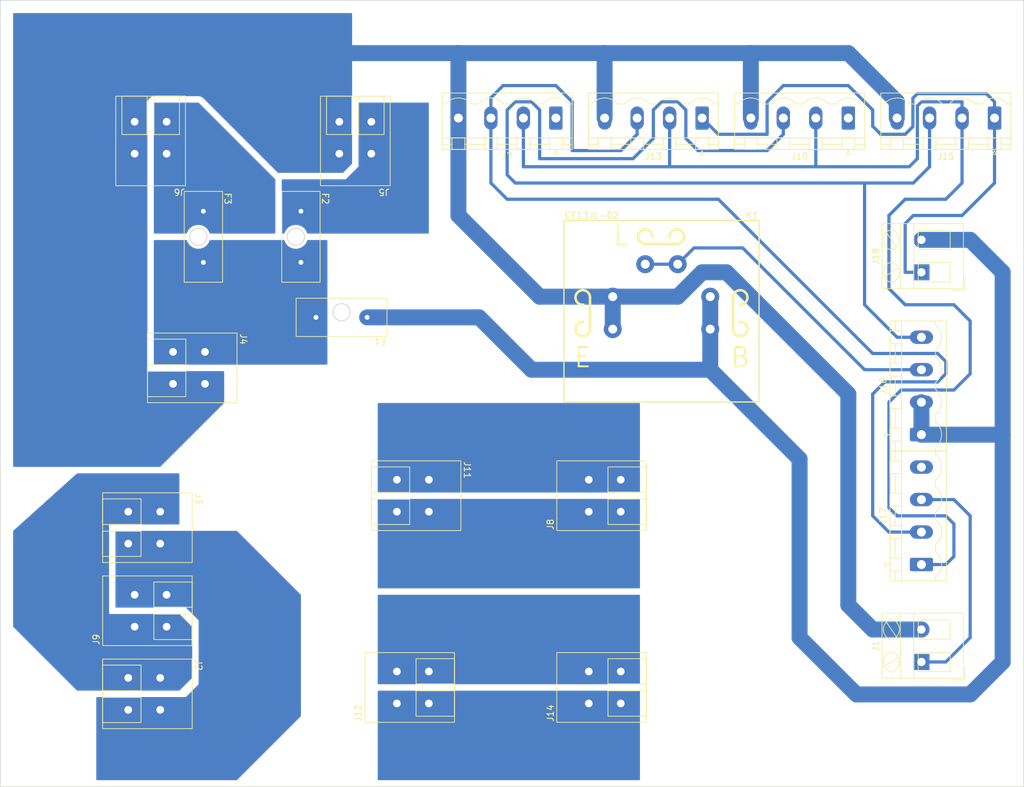
<source format=kicad_pcb>
(kicad_pcb (version 20211014) (generator pcbnew)
  (layers (0 "F.Cu" signal) (31 "B.Cu" signal) (34 "B.Paste" user) (35 "F.Paste" user) (36 "B.SilkS" user "B.Silkscreen") (37 "F.SilkS" user "F.Silkscreen") (38 "B.Mask" user) (39 "F.Mask" user) (44 "Edge.Cuts" user))
  (net 0 "")
  (net 1 "Net-(J16-Pad3)")
  (net 2 "GND1")
  (net 3 "Net-(J12-Pad1)")
  (net 4 "Net-(J12-Pad2)")
  (net 5 "Net-(J1-Pad1)")
  (net 6 "Net-(J2-Pad1)")
  (net 7 "GND")
  (net 8 "Net-(F1-Pad2)")
  (net 9 "Net-(F2-Pad1)")
  (net 10 "Net-(F3-Pad1)")
  (net 11 "Net-(J11-Pad1)")
  (net 12 "Net-(J11-Pad2)")
  (net 14 "Net-(J10-Pad2)")
  (net 15 "Net-(J13-Pad3)")
  (net 17 "Net-(J10-Pad3)")
  (net 18 "Net-(J13-Pad1)")
  (net 20 "/5V_5A")
  (footprint "circuit:Littelfuse_FuseHolder_FL1_178.6764.0001" (layer "F.Cu") (at 110 77 -90)
    (fp_text reference "F2" (at -6.985 -3.81 -90 unlocked) (layer "F.SilkS") (effects (justify left)))
    (fp_text value "25A")
    (fp_circle (center 0 0.8) (end 1.35 0.8) (layer "Edge.Cuts") (width 0.12) (fill none))
    (pad "1" thru_hole circle (at -4 0 270) (size 1.5 1.5) (drill 0.75) (layers *.Cu *.Mask) (net 9 "Net-(F2-Pad1)"))
    (pad "2" thru_hole circle (at 4 0 270) (size 1.5 1.5) (drill 0.75) (layers *.Cu *.Mask) (net 8 "Net-(F1-Pad2)"))
  )
  (footprint "circuit:Littelfuse_FuseHolder_FL1_178.6764.0001" (layer "F.Cu") (at 116.35 89.6 180)
    (fp_text reference "F1" (at -6.985 -3.81 180 unlocked) (layer "F.SilkS") (effects (justify left)))
    (fp_text value "5A")
    (fp_circle (center 0 0.8) (end 1.35 0.8) (layer "Edge.Cuts") (width 0.12) (fill none))
    (pad "1" thru_hole circle (at -4 0 180) (size 1.5 1.5) (drill 0.75) (layers *.Cu *.Mask) (net 20 "/5V_5A"))
    (pad "2" thru_hole circle (at 4 0 180) (size 1.5 1.5) (drill 0.75) (layers *.Cu *.Mask) (net 8 "Net-(F1-Pad2)"))
  )
  (footprint "circuit:Generic_HeaderSocket_1x04_P5.08mm_Vertical_Open" (layer "F.Cu") (at 172.72 58.42 180)
    (fp_text reference "J13" (at 7.62 -6) (layer "F.SilkS"))
    (fp_text value "Conn_Feux_ArG")
    (pad "1" thru_hole roundrect (at 0 0 180) (size 2.08 3.6) (drill 1.4) (layers *.Cu *.Mask) (roundrect_rratio 0.120192) (net 18 "Net-(J13-Pad1)"))
    (pad "2" thru_hole oval (at 5.08 0 180) (size 2.08 3.6) (drill 1.4) (layers *.Cu *.Mask) (net 14 "Net-(J10-Pad2)"))
    (pad "3" thru_hole oval (at 10.16 0 180) (size 2.08 3.6) (drill 1.4) (layers *.Cu *.Mask) (net 15 "Net-(J13-Pad3)"))
    (pad "4" thru_hole oval (at 15.24 0 180) (size 2.08 3.6) (drill 1.4) (layers *.Cu *.Mask) (net 2 "GND1"))
  )
  (footprint "circuit:TerminalBlock_Amphenol_HG0200X0000G_1x02_P5.00mm_45Degree" (layer "F.Cu") (at 125 150 90)
    (fp_text reference "J12" (at -2.95 -6 90 unlocked) (layer "F.SilkS") (effects (justify left)))
    (fp_text value "Conn_MPPT_In")
    (pad "1" thru_hole circle (at 0 5 90) (size 2.4 2.4) (drill 1.2) (layers *.Cu *.Mask) (net 3 "Net-(J12-Pad1)"))
    (pad "1" thru_hole circle (at 0 0 90) (size 2.4 2.4) (drill 1.2) (layers *.Cu *.Mask) (net 3 "Net-(J12-Pad1)"))
    (pad "2" thru_hole circle (at 5 5 90) (size 2.4 2.4) (drill 1.2) (layers *.Cu *.Mask) (net 4 "Net-(J12-Pad2)"))
    (pad "2" thru_hole circle (at 5 0 90) (size 2.4 2.4) (drill 1.2) (layers *.Cu *.Mask) (net 4 "Net-(J12-Pad2)"))
  )
  (footprint "circuit:Littelfuse_FuseHolder_FL1_178.6764.0001" (layer "F.Cu") (at 94.75 77 -90)
    (fp_text reference "F3" (at -6.985 -3.81 -90 unlocked) (layer "F.SilkS") (effects (justify left)))
    (fp_text value "25A")
    (fp_circle (center 0 0.8) (end 1.35 0.8) (layer "Edge.Cuts") (width 0.12) (fill none))
    (pad "1" thru_hole circle (at -4 0 270) (size 1.5 1.5) (drill 0.75) (layers *.Cu *.Mask) (net 10 "Net-(F3-Pad1)"))
    (pad "2" thru_hole circle (at 4 0 270) (size 1.5 1.5) (drill 0.75) (layers *.Cu *.Mask) (net 8 "Net-(F1-Pad2)"))
  )
  (footprint "circuit:Generic_HeaderSocket_1x04_P5.08mm_Vertical_Open" (layer "F.Cu") (at 218.44 58.42 180)
    (fp_text reference "J15" (at 7.62 -6) (layer "F.SilkS"))
    (fp_text value "Conn_Feux_ArD")
    (pad "1" thru_hole roundrect (at 0 0 180) (size 2.08 3.6) (drill 1.4) (layers *.Cu *.Mask) (roundrect_rratio 0.120192) (net 18 "Net-(J13-Pad1)"))
    (pad "2" thru_hole oval (at 5.08 0 180) (size 2.08 3.6) (drill 1.4) (layers *.Cu *.Mask) (net 14 "Net-(J10-Pad2)"))
    (pad "3" thru_hole oval (at 10.16 0 180) (size 2.08 3.6) (drill 1.4) (layers *.Cu *.Mask) (net 17 "Net-(J10-Pad3)"))
    (pad "4" thru_hole oval (at 15.24 0 180) (size 2.08 3.6) (drill 1.4) (layers *.Cu *.Mask) (net 2 "GND1"))
  )
  (footprint "circuit:TerminalBlock_Amphenol_HG0200X0000G_1x02_P5.00mm_45Degree" (layer "F.Cu") (at 155 120 90)
    (fp_text reference "J8" (at -2.95 -6 90 unlocked) (layer "F.SilkS") (effects (justify left)))
    (fp_text value "Conn_Batterie_Charge")
    (pad "1" thru_hole circle (at 0 0 90) (size 2.4 2.4) (drill 1.2) (layers *.Cu *.Mask) (net 12 "Net-(J11-Pad2)"))
    (pad "1" thru_hole circle (at 0 5 90) (size 2.4 2.4) (drill 1.2) (layers *.Cu *.Mask) (net 12 "Net-(J11-Pad2)"))
    (pad "2" thru_hole circle (at 5 5 90) (size 2.4 2.4) (drill 1.2) (layers *.Cu *.Mask) (net 11 "Net-(J11-Pad1)"))
    (pad "2" thru_hole circle (at 5 0 90) (size 2.4 2.4) (drill 1.2) (layers *.Cu *.Mask) (net 11 "Net-(J11-Pad1)"))
  )
  (footprint "circuit:TerminalBlock_Amphenol_HG0200X0000G_1x02_P5.00mm_45Degree" (layer "F.Cu") (at 95 95 -90)
    (fp_text reference "J4" (at -2.95 -6 -90 unlocked) (layer "F.SilkS") (effects (justify left)))
    (fp_text value "Conn_Convertisseur12V_Out")
    (pad "1" thru_hole circle (at 0 0 270) (size 2.4 2.4) (drill 1.2) (layers *.Cu *.Mask) (net 8 "Net-(F1-Pad2)"))
    (pad "1" thru_hole circle (at 0 5 270) (size 2.4 2.4) (drill 1.2) (layers *.Cu *.Mask) (net 8 "Net-(F1-Pad2)"))
    (pad "2" thru_hole circle (at 5 5 270) (size 2.4 2.4) (drill 1.2) (layers *.Cu *.Mask) (net 2 "GND1"))
    (pad "2" thru_hole circle (at 5 0 270) (size 2.4 2.4) (drill 1.2) (layers *.Cu *.Mask) (net 2 "GND1"))
  )
  (footprint "circuit:Generic_HeaderSocket_1x04_P5.08mm_Vertical_Open" (layer "F.Cu") (at 149.86 58.42 180)
    (fp_text reference "J7" (at 7.62 -6) (layer "F.SilkS"))
    (fp_text value "Conn_Feux_AvG")
    (pad "1" thru_hole roundrect (at 0 0 180) (size 2.08 3.6) (drill 1.4) (layers *.Cu *.Mask) (roundrect_rratio 0.120192))
    (pad "2" thru_hole oval (at 5.08 0 180) (size 2.08 3.6) (drill 1.4) (layers *.Cu *.Mask) (net 14 "Net-(J10-Pad2)"))
    (pad "3" thru_hole oval (at 10.16 0 180) (size 2.08 3.6) (drill 1.4) (layers *.Cu *.Mask) (net 15 "Net-(J13-Pad3)"))
    (pad "4" thru_hole oval (at 15.24 0 180) (size 2.08 3.6) (drill 1.4) (layers *.Cu *.Mask) (net 2 "GND1"))
  )
  (footprint "circuit:TerminalBlock_Amphenol_HG0200X0000G_1x02_P5.00mm_45Degree" (layer "F.Cu") (at 88 120 -90)
    (fp_text reference "J3" (at -2.95 -6 -90 unlocked) (layer "F.SilkS") (effects (justify left)))
    (fp_text value "Conn_Convertisseur12V_In")
    (pad "1" thru_hole circle (at 0 5 270) (size 2.4 2.4) (drill 1.2) (layers *.Cu *.Mask) (net 6 "Net-(J2-Pad1)"))
    (pad "1" thru_hole circle (at 0 0 270) (size 2.4 2.4) (drill 1.2) (layers *.Cu *.Mask) (net 6 "Net-(J2-Pad1)"))
    (pad "2" thru_hole circle (at 5 0 270) (size 2.4 2.4) (drill 1.2) (layers *.Cu *.Mask) (net 7 "GND"))
    (pad "2" thru_hole circle (at 5 5 270) (size 2.4 2.4) (drill 1.2) (layers *.Cu *.Mask) (net 7 "GND"))
  )
  (footprint "circuit:TerminalBlock_Amphenol_HG0200X0000G_1x02_P5.00mm_45Degree" (layer "F.Cu") (at 88 146 -90)
    (fp_text reference "J2" (at -2.95 -6 -90 unlocked) (layer "F.SilkS") (effects (justify left)))
    (fp_text value "Conn_Moteur")
    (pad "1" thru_hole circle (at 0 0 270) (size 2.4 2.4) (drill 1.2) (layers *.Cu *.Mask) (net 6 "Net-(J2-Pad1)"))
    (pad "1" thru_hole circle (at 0 5 270) (size 2.4 2.4) (drill 1.2) (layers *.Cu *.Mask) (net 6 "Net-(J2-Pad1)"))
    (pad "2" thru_hole circle (at 5 0 270) (size 2.4 2.4) (drill 1.2) (layers *.Cu *.Mask) (net 7 "GND"))
    (pad "2" thru_hole circle (at 5 5 270) (size 2.4 2.4) (drill 1.2) (layers *.Cu *.Mask) (net 7 "GND"))
  )
  (footprint "circuit:TerminalBlock_Amphenol_HG0200X0000G_1x02_P5.00mm_45Degree" (layer "F.Cu") (at 89 64 180)
    (fp_text reference "J6" (at -2.95 -6 180 unlocked) (layer "F.SilkS") (effects (justify left)))
    (fp_text value "Conn_12V_Out")
    (pad "1" thru_hole circle (at 0 5 180) (size 2.4 2.4) (drill 1.2) (layers *.Cu *.Mask) (net 10 "Net-(F3-Pad1)"))
    (pad "1" thru_hole circle (at 0 0 180) (size 2.4 2.4) (drill 1.2) (layers *.Cu *.Mask) (net 10 "Net-(F3-Pad1)"))
    (pad "2" thru_hole circle (at 5 0 180) (size 2.4 2.4) (drill 1.2) (layers *.Cu *.Mask) (net 2 "GND1"))
    (pad "2" thru_hole circle (at 5 5 180) (size 2.4 2.4) (drill 1.2) (layers *.Cu *.Mask) (net 2 "GND1"))
  )
  (footprint "circuit:Generic_HeaderSocket_1x04_P5.08mm_Vertical_Open" (layer "F.Cu") (at 207.01 107.95 90)
    (fp_text reference "J16" (at 7.62 -6 90) (layer "F.SilkS"))
    (fp_text value "Conn_Comodo_A")
    (pad "1" thru_hole roundrect (at 0 0 90) (size 2.08 3.6) (drill 1.4) (layers *.Cu *.Mask) (roundrect_rratio 0.120192) (net 20 "/5V_5A"))
    (pad "2" thru_hole oval (at 5.08 0 90) (size 2.08 3.6) (drill 1.4) (layers *.Cu *.Mask) (net 20 "/5V_5A"))
    (pad "3" thru_hole oval (at 10.16 0 90) (size 2.08 3.6) (drill 1.4) (layers *.Cu *.Mask) (net 1 "Net-(J16-Pad3)"))
    (pad "4" thru_hole oval (at 15.24 0 90) (size 2.08 3.6) (drill 1.4) (layers *.Cu *.Mask) (net 17 "Net-(J10-Pad3)"))
  )
  (footprint "circuit:TerminalBlock_Amphenol_HG0200X0000G_1x02_P5.00mm_45Degree" (layer "F.Cu") (at 155 150 90)
    (fp_text reference "J14" (at -2.95 -6 90 unlocked) (layer "F.SilkS") (effects (justify left)))
    (fp_text value "Conn_Panneau")
    (pad "1" thru_hole circle (at 0 5 90) (size 2.4 2.4) (drill 1.2) (layers *.Cu *.Mask) (net 3 "Net-(J12-Pad1)"))
    (pad "1" thru_hole circle (at 0 0 90) (size 2.4 2.4) (drill 1.2) (layers *.Cu *.Mask) (net 3 "Net-(J12-Pad1)"))
    (pad "2" thru_hole circle (at 5 0 90) (size 2.4 2.4) (drill 1.2) (layers *.Cu *.Mask) (net 4 "Net-(J12-Pad2)"))
    (pad "2" thru_hole circle (at 5 5 90) (size 2.4 2.4) (drill 1.2) (layers *.Cu *.Mask) (net 4 "Net-(J12-Pad2)"))
  )
  (footprint "circuit:TerminalBlock_Amphenol_HG0200X0000G_1x02_P5.00mm_45Degree" (layer "F.Cu") (at 84 138 90)
    (fp_text reference "J9" (at -2.95 -6 90 unlocked) (layer "F.SilkS") (effects (justify left)))
    (fp_text value "Conn_Batterie_Puissance")
    (pad "1" thru_hole circle (at 0 0 90) (size 2.4 2.4) (drill 1.2) (layers *.Cu *.Mask) (net 6 "Net-(J2-Pad1)"))
    (pad "1" thru_hole circle (at 0 5 90) (size 2.4 2.4) (drill 1.2) (layers *.Cu *.Mask) (net 6 "Net-(J2-Pad1)"))
    (pad "2" thru_hole circle (at 5 5 90) (size 2.4 2.4) (drill 1.2) (layers *.Cu *.Mask) (net 7 "GND"))
    (pad "2" thru_hole circle (at 5 0 90) (size 2.4 2.4) (drill 1.2) (layers *.Cu *.Mask) (net 7 "GND"))
  )
  (footprint "circuit:TerminalBlock_Amphenol_HG0200X0000G_1x02_P5.00mm_45Degree" (layer "F.Cu") (at 121 64 180)
    (fp_text reference "J5" (at -2.95 -6 180 unlocked) (layer "F.SilkS") (effects (justify left)))
    (fp_text value "Conn_12V_Out")
    (pad "1" thru_hole circle (at 0 5 180) (size 2.4 2.4) (drill 1.2) (layers *.Cu *.Mask) (net 9 "Net-(F2-Pad1)"))
    (pad "1" thru_hole circle (at 0 0 180) (size 2.4 2.4) (drill 1.2) (layers *.Cu *.Mask) (net 9 "Net-(F2-Pad1)"))
    (pad "2" thru_hole circle (at 5 5 180) (size 2.4 2.4) (drill 1.2) (layers *.Cu *.Mask) (net 2 "GND1"))
    (pad "2" thru_hole circle (at 5 0 180) (size 2.4 2.4) (drill 1.2) (layers *.Cu *.Mask) (net 2 "GND1"))
  )
  (footprint "circuit:CF13JL-02" (layer "F.Cu") (at 166.37 83.82)
    (fp_text reference "K1" (at 15.25 -10.16 unlocked) (layer "F.SilkS") (effects (justify right)))
    (fp_text value "CF13JL-02")
    (fp_text user "B" (at 12.307082 12.065 unlocked) (layer "F.SilkS") (effects (font (size 3 3) (thickness 0.3))))
    (fp_text user "E" (at -12.307087 12.065 unlocked) (layer "F.SilkS") (effects (font (size 3 3) (thickness 0.3))))
    (fp_text user "L" (at -6.35 -6.985 unlocked) (layer "F.SilkS") (effects (font (size 3 3) (thickness 0.3))))
    (fp_text user "CF13JL-02" (at -15.24 -10.16 unlocked) (layer "F.SilkS") (effects (justify left)))
    (pad "1" thru_hole circle (at 7.62 2.54) (size 2.8 2.8) (drill 1.4) (layers *.Cu *.Mask) (net 20 "/5V_5A"))
    (pad "1" thru_hole circle (at 7.62 7.62) (size 2.8 2.8) (drill 1.4) (layers *.Cu *.Mask) (net 20 "/5V_5A"))
    (pad "2" thru_hole circle (at 2.54 -2.54) (size 2.8 2.8) (drill 1.4) (layers *.Cu *.Mask) (net 1 "Net-(J16-Pad3)"))
    (pad "2" thru_hole circle (at -2.54 -2.54) (size 2.8 2.8) (drill 1.4) (layers *.Cu *.Mask) (net 1 "Net-(J16-Pad3)"))
    (pad "3" thru_hole circle (at -7.62 2.54) (size 2.8 2.8) (drill 1.4) (layers *.Cu *.Mask) (net 2 "GND1"))
    (pad "3" thru_hole circle (at -7.62 7.62) (size 2.8 2.8) (drill 1.4) (layers *.Cu *.Mask) (net 2 "GND1"))
  )
  (footprint "circuit:TerminalBlock_Camdenboss_CTB3008_1x02_P5.08mm_45Degree" (layer "F.Cu") (at 207.01 143.51 90)
    (fp_text reference "J1" (at 2.5 -7.16 90) (layer "F.SilkS"))
    (fp_text value "Conn_Klaxon")
    (pad "1" thru_hole rect (at 0 0 90) (size 2.5 2.5) (drill 1.3) (layers *.Cu *.Mask) (net 5 "Net-(J1-Pad1)"))
    (pad "2" thru_hole circle (at 5.08 0 90) (size 2.5 2.5) (drill 1.3) (layers *.Cu *.Mask) (net 2 "GND1"))
  )
  (footprint "circuit:TerminalBlock_Camdenboss_CTB3008_1x02_P5.08mm_45Degree" (layer "F.Cu") (at 207.01 82.55 90)
    (fp_text reference "J18" (at 2.5 -7.16 90) (layer "F.SilkS"))
    (fp_text value "Conn_Capteur_Frein")
    (pad "1" thru_hole rect (at 0 0 90) (size 2.5 2.5) (drill 1.3) (layers *.Cu *.Mask) (net 18 "Net-(J13-Pad1)"))
    (pad "2" thru_hole circle (at 5.08 0 90) (size 2.5 2.5) (drill 1.3) (layers *.Cu *.Mask) (net 20 "/5V_5A"))
  )
  (footprint "circuit:Generic_HeaderSocket_1x04_P5.08mm_Vertical_Open" (layer "F.Cu") (at 207.01 128.27 90)
    (fp_text reference "J17" (at 7.62 -6 90) (layer "F.SilkS"))
    (fp_text value "Conn_Comodo_B")
    (pad "1" thru_hole roundrect (at 0 0 90) (size 2.08 3.6) (drill 1.4) (layers *.Cu *.Mask) (roundrect_rratio 0.120192) (net 14 "Net-(J10-Pad2)"))
    (pad "2" thru_hole oval (at 5.08 0 90) (size 2.08 3.6) (drill 1.4) (layers *.Cu *.Mask) (net 15 "Net-(J13-Pad3)"))
    (pad "3" thru_hole oval (at 10.16 0 90) (size 2.08 3.6) (drill 1.4) (layers *.Cu *.Mask) (net 5 "Net-(J1-Pad1)"))
    (pad "4" thru_hole oval (at 15.24 0 90) (size 2.08 3.6) (drill 1.4) (layers *.Cu *.Mask))
  )
  (footprint "circuit:Generic_HeaderSocket_1x04_P5.08mm_Vertical_Open" (layer "F.Cu") (at 195.58 58.42 180)
    (fp_text reference "J10" (at 7.62 -6) (layer "F.SilkS"))
    (fp_text value "Conn_Feux_AvD")
    (pad "1" thru_hole roundrect (at 0 0 180) (size 2.08 3.6) (drill 1.4) (layers *.Cu *.Mask) (roundrect_rratio 0.120192))
    (pad "2" thru_hole oval (at 5.08 0 180) (size 2.08 3.6) (drill 1.4) (layers *.Cu *.Mask) (net 14 "Net-(J10-Pad2)"))
    (pad "3" thru_hole oval (at 10.16 0 180) (size 2.08 3.6) (drill 1.4) (layers *.Cu *.Mask) (net 17 "Net-(J10-Pad3)"))
    (pad "4" thru_hole oval (at 15.24 0 180) (size 2.08 3.6) (drill 1.4) (layers *.Cu *.Mask) (net 2 "GND1"))
  )
  (footprint "circuit:TerminalBlock_Amphenol_HG0200X0000G_1x02_P5.00mm_45Degree" (layer "F.Cu") (at 130 115 -90)
    (fp_text reference "J11" (at -2.95 -6 -90 unlocked) (layer "F.SilkS") (effects (justify left)))
    (fp_text value "Conn_MPPT_Out")
    (pad "1" thru_hole circle (at 0 0 270) (size 2.4 2.4) (drill 1.2) (layers *.Cu *.Mask) (net 11 "Net-(J11-Pad1)"))
    (pad "1" thru_hole circle (at 0 5 270) (size 2.4 2.4) (drill 1.2) (layers *.Cu *.Mask) (net 11 "Net-(J11-Pad1)"))
    (pad "2" thru_hole circle (at 5 0 270) (size 2.4 2.4) (drill 1.2) (layers *.Cu *.Mask) (net 12 "Net-(J11-Pad2)"))
    (pad "2" thru_hole circle (at 5 5 270) (size 2.4 2.4) (drill 1.2) (layers *.Cu *.Mask) (net 12 "Net-(J11-Pad2)"))
  )
  (gr_rect (start 63 40) (end 223 163) (layer "Edge.Cuts") (width 0.1) (fill none))
  (segment (start 168.91 81.28) (end 171.45 78.74) (width 0.5) (layer "B.Cu") (net 1))
  (segment (start 179.07 78.74) (end 198.12 97.79) (width 0.5) (layer "B.Cu") (net 1))
  (segment (start 207.01 97.79) (end 198.12 97.79) (width 0.5) (layer "B.Cu") (net 1))
  (segment (start 171.45 78.74) (end 179.07 78.74) (width 0.5) (layer "B.Cu") (net 1))
  (segment (start 163.83 81.28) (end 168.91 81.28) (width 0.5) (layer "B.Cu") (net 1))
  (segment (start 158.75 86.36) (end 168.91 86.36) (width 2.5) (layer "B.Cu") (net 2))
  (segment (start 195.58 101.6) (end 195.58 134.62) (width 2.5) (layer "B.Cu") (net 2))
  (segment (start 134.62 48.26) (end 195.58 48.26) (width 2.5) (layer "B.Cu") (net 2))
  (segment (start 203.155 55.835) (end 203.155 58.42) (width 2.5) (layer "B.Cu") (net 2))
  (segment (start 199.39 138.43) (end 207.01 138.43) (width 2.5) (layer "B.Cu") (net 2))
  (segment (start 168.91 86.36) (end 172.72 82.55) (width 2.5) (layer "B.Cu") (net 2))
  (segment (start 180.34 48.26) (end 180.34 58.42) (width 2.5) (layer "B.Cu") (net 2))
  (segment (start 134.62 58.42) (end 134.62 73.66) (width 2.5) (layer "B.Cu") (net 2))
  (segment (start 134.62 58.42) (end 134.62 48.26) (width 2.5) (layer "B.Cu") (net 2))
  (segment (start 195.58 48.26) (end 203.155 55.835) (width 2.5) (layer "B.Cu") (net 2))
  (segment (start 158.75 86.36) (end 147.32 86.36) (width 2.5) (layer "B.Cu") (net 2))
  (segment (start 172.72 82.55) (end 176.53 82.55) (width 2.5) (layer "B.Cu") (net 2))
  (segment (start 158.75 86.36) (end 158.75 91.44) (width 2.5) (layer "B.Cu") (net 2))
  (segment (start 116 49.1) (end 116.84 48.26) (width 2.5) (layer "B.Cu") (net 2))
  (segment (start 176.53 82.55) (end 195.58 101.6) (width 2.5) (layer "B.Cu") (net 2))
  (segment (start 157.48 48.26) (end 157.48 58.42) (width 2.5) (layer "B.Cu") (net 2))
  (segment (start 199.39 138.43) (end 195.58 134.62) (width 2.5) (layer "B.Cu") (net 2))
  (segment (start 134.62 73.66) (end 147.32 86.36) (width 2.5) (layer "B.Cu") (net 2))
  (segment (start 116 59) (end 116 49.1) (width 2.5) (layer "B.Cu") (net 2))
  (segment (start 116.84 48.26) (end 134.62 48.26) (width 2.5) (layer "B.Cu") (net 2))
  (segment (start 214.63 139.7) (end 214.63 120.65) (width 0.5) (layer "B.Cu") (net 5))
  (segment (start 212.09 118.11) (end 207.01 118.11) (width 0.5) (layer "B.Cu") (net 5))
  (segment (start 210.82 143.51) (end 214.63 139.7) (width 0.5) (layer "B.Cu") (net 5))
  (segment (start 214.63 120.65) (end 212.09 118.11) (width 0.5) (layer "B.Cu") (net 5))
  (segment (start 207.01 143.51) (end 210.82 143.51) (width 0.5) (layer "B.Cu") (net 5))
  (segment (start 204.47 71.12) (end 210.82 71.12) (width 0.5) (layer "B.Cu") (net 14))
  (segment (start 190.5 66.04) (end 190.5 58.42) (width 0.5) (layer "B.Cu") (net 14))
  (segment (start 212.09 121.92) (end 212.09 127) (width 0.5) (layer "B.Cu") (net 14))
  (segment (start 205.105 66.04) (end 167.64 66.04) (width 0.5) (layer "B.Cu") (net 14))
  (segment (start 213.36 68.58) (end 213.36 58.42) (width 0.5) (layer "B.Cu") (net 14))
  (segment (start 201.93 73.66) (end 204.47 71.12) (width 0.5) (layer "B.Cu") (net 14))
  (segment (start 210.82 128.27) (end 212.09 127) (width 0.5) (layer "B.Cu") (net 14))
  (segment (start 205.105 66.04) (end 206.375 64.77) (width 0.5) (layer "B.Cu") (net 14))
  (segment (start 212.09 100.965) (end 214.63 98.425) (width 0.5) (layer "B.Cu") (net 14))
  (segment (start 214.63 90.17) (end 214.63 98.425) (width 0.5) (layer "B.Cu") (net 14))
  (segment (start 213.36 55.88) (end 207.01 55.88) (width 0.5) (layer "B.Cu") (net 14))
  (segment (start 167.64 66.04) (end 167.64 58.42) (width 0.5) (layer "B.Cu") (net 14))
  (segment (start 210.82 128.27) (end 207.01 128.27) (width 0.5) (layer "B.Cu") (net 14))
  (segment (start 210.82 71.12) (end 213.36 68.58) (width 0.5) (layer "B.Cu") (net 14))
  (segment (start 201.93 102.87) (end 203.835 100.965) (width 0.5) (layer "B.Cu") (net 14))
  (segment (start 144.78 58.42) (end 144.78 66.04) (width 0.5) (layer "B.Cu") (net 14))
  (segment (start 203.2 120.65) (end 201.93 119.38) (width 0.5) (layer "B.Cu") (net 14))
  (segment (start 214.63 90.17) (end 212.09 87.63) (width 0.5) (layer "B.Cu") (net 14))
  (segment (start 206.375 56.515) (end 206.375 64.77) (width 0.5) (layer "B.Cu") (net 14))
  (segment (start 213.36 58.42) (end 213.36 55.88) (width 0.5) (layer "B.Cu") (net 14))
  (segment (start 204.47 87.63) (end 201.93 85.09) (width 0.5) (layer "B.Cu") (net 14))
  (segment (start 212.09 121.92) (end 210.82 120.65) (width 0.5) (layer "B.Cu") (net 14))
  (segment (start 201.93 119.38) (end 201.93 102.87) (width 0.5) (layer "B.Cu") (net 14))
  (segment (start 203.835 100.965) (end 212.09 100.965) (width 0.5) (layer "B.Cu") (net 14))
  (segment (start 203.2 120.65) (end 210.82 120.65) (width 0.5) (layer "B.Cu") (net 14))
  (segment (start 212.09 87.63) (end 204.47 87.63) (width 0.5) (layer "B.Cu") (net 14))
  (segment (start 167.64 66.04) (end 144.78 66.04) (width 0.5) (layer "B.Cu") (net 14))
  (segment (start 201.93 85.09) (end 201.93 73.66) (width 0.5) (layer "B.Cu") (net 14))
  (segment (start 206.375 56.515) (end 207.01 55.88) (width 0.5) (layer "B.Cu") (net 14))
  (segment (start 201.295 99.695) (end 209.55 99.695) (width 0.5) (layer "B.Cu") (net 15))
  (segment (start 152.4 63.5) (end 160.02 63.5) (width 0.5) (layer "B.Cu") (net 15))
  (segment (start 209.55 99.695) (end 210.82 98.425) (width 0.5) (layer "B.Cu") (net 15))
  (segment (start 149.86 53.34) (end 152.4 55.88) (width 0.5) (layer "B.Cu") (net 15))
  (segment (start 162.56 60.96) (end 162.56 58.42) (width 0.5) (layer "B.Cu") (net 15))
  (segment (start 199.39 101.6) (end 201.295 99.695) (width 0.5) (layer "B.Cu") (net 15))
  (segment (start 139.7 68.58) (end 139.7 58.42) (width 0.5) (layer "B.Cu") (net 15))
  (segment (start 207.01 123.19) (end 201.93 123.19) (width 0.5) (layer "B.Cu") (net 15))
  (segment (start 210.82 96.52) (end 209.55 95.25) (width 0.5) (layer "B.Cu") (net 15))
  (segment (start 201.93 123.19) (end 199.39 120.65) (width 0.5) (layer "B.Cu") (net 15))
  (segment (start 160.02 63.5) (end 162.56 60.96) (width 0.5) (layer "B.Cu") (net 15))
  (segment (start 139.7 58.42) (end 139.7 55.245) (width 0.5) (layer "B.Cu") (net 15))
  (segment (start 210.82 98.425) (end 210.82 96.52) (width 0.5) (layer "B.Cu") (net 15))
  (segment (start 209.55 95.25) (end 199.39 95.25) (width 0.5) (layer "B.Cu") (net 15))
  (segment (start 141.605 53.34) (end 149.86 53.34) (width 0.5) (layer "B.Cu") (net 15))
  (segment (start 152.4 55.88) (end 152.4 63.5) (width 0.5) (layer "B.Cu") (net 15))
  (segment (start 142.24 71.12) (end 139.7 68.58) (width 0.5) (layer "B.Cu") (net 15))
  (segment (start 199.39 95.25) (end 175.26 71.12) (width 0.5) (layer "B.Cu") (net 15))
  (segment (start 175.26 71.12) (end 142.24 71.12) (width 0.5) (layer "B.Cu") (net 15))
  (segment (start 139.7 55.245) (end 141.605 53.34) (width 0.5) (layer "B.Cu") (net 15))
  (segment (start 199.39 120.65) (end 199.39 101.6) (width 0.5) (layer "B.Cu") (net 15))
  (segment (start 185.42 60.96) (end 182.88 63.5) (width 0.5) (layer "B.Cu") (net 17))
  (segment (start 142.24 57.15) (end 142.24 67.31) (width 0.5) (layer "B.Cu") (net 17))
  (segment (start 146.05 55.88) (end 143.51 55.88) (width 0.5) (layer "B.Cu") (net 17))
  (segment (start 170.18 61.595) (end 170.18 57.15) (width 0.5) (layer "B.Cu") (net 17))
  (segment (start 182.88 63.5) (end 172.085 63.5) (width 0.5) (layer "B.Cu") (net 17))
  (segment (start 205.74 68.58) (end 198.12 68.58) (width 0.5) (layer "B.Cu") (net 17))
  (segment (start 198.12 87.63) (end 203.2 92.71) (width 0.5) (layer "B.Cu") (net 17))
  (segment (start 168.91 55.88) (end 170.18 57.15) (width 0.5) (layer "B.Cu") (net 17))
  (segment (start 165.1 57.15) (end 165.1 61.595) (width 0.5) (layer "B.Cu") (net 17))
  (segment (start 198.12 68.58) (end 198.12 87.63) (width 0.5) (layer "B.Cu") (net 17))
  (segment (start 147.32 57.15) (end 146.05 55.88) (width 0.5) (layer "B.Cu") (net 17))
  (segment (start 147.32 64.77) (end 147.32 57.15) (width 0.5) (layer "B.Cu") (net 17))
  (segment (start 208.28 66.04) (end 205.74 68.58) (width 0.5) (layer "B.Cu") (net 17))
  (segment (start 203.2 92.71) (end 207.01 92.71) (width 0.5) (layer "B.Cu") (net 17))
  (segment (start 208.28 58.42) (end 208.28 66.04) (width 0.5) (layer "B.Cu") (net 17))
  (segment (start 185.42 58.42) (end 185.42 60.96) (width 0.5) (layer "B.Cu") (net 17))
  (segment (start 161.925 64.77) (end 147.32 64.77) (width 0.5) (layer "B.Cu") (net 17))
  (segment (start 165.1 57.15) (end 166.37 55.88) (width 0.5) (layer "B.Cu") (net 17))
  (segment (start 143.51 55.88) (end 142.24 57.15) (width 0.5) (layer "B.Cu") (net 17))
  (segment (start 168.91 55.88) (end 166.37 55.88) (width 0.5) (layer "B.Cu") (net 17))
  (segment (start 143.51 68.58) (end 142.24 67.31) (width 0.5) (layer "B.Cu") (net 17))
  (segment (start 161.925 64.77) (end 165.1 61.595) (width 0.5) (layer "B.Cu") (net 17))
  (segment (start 198.12 68.58) (end 143.51 68.58) (width 0.5) (layer "B.Cu") (net 17))
  (segment (start 170.18 61.595) (end 172.085 63.5) (width 0.5) (layer "B.Cu") (net 17))
  (segment (start 207.01 82.55) (end 204.47 82.55) (width 0.5) (layer "B.Cu") (net 18))
  (segment (start 195.58 53.34) (end 185.42 53.34) (width 0.5) (layer "B.Cu") (net 18))
  (segment (start 204.47 60.96) (end 200.66 60.96) (width 0.5) (layer "B.Cu") (net 18))
  (segment (start 217.17 54.61) (end 206.375 54.61) (width 0.5) (layer "B.Cu") (net 18))
  (segment (start 213.36 73.66) (end 218.44 68.58) (width 0.5) (layer "B.Cu") (net 18))
  (segment (start 205.74 73.66) (end 213.36 73.66) (width 0.5) (layer "B.Cu") (net 18))
  (segment (start 204.47 82.55) (end 204.47 74.93) (width 0.5) (layer "B.Cu") (net 18))
  (segment (start 199.39 57.15) (end 195.58 53.34) (width 0.5) (layer "B.Cu") (net 18))
  (segment (start 218.44 58.42) (end 218.44 55.88) (width 0.5) (layer "B.Cu") (net 18))
  (segment (start 185.42 53.34) (end 182.88 55.88) (width 0.5) (layer "B.Cu") (net 18))
  (segment (start 205.675 55.31) (end 205.675 59.755) (width 0.5) (layer "B.Cu") (net 18))
  (segment (start 175.26 60.96) (end 172.72 58.42) (width 0.5) (layer "B.Cu") (net 18))
  (segment (start 218.44 55.88) (end 217.17 54.61) (width 0.5) (layer "B.Cu") (net 18))
  (segment (start 206.375 54.61) (end 205.675 55.31) (width 0.5) (layer "B.Cu") (net 18))
  (segment (start 182.88 60.96) (end 175.26 60.96) (width 0.5) (layer "B.Cu") (net 18))
  (segment (start 205.675 59.755) (end 204.47 60.96) (width 0.5) (layer "B.Cu") (net 18))
  (segment (start 200.66 60.96) (end 199.39 59.69) (width 0.5) (layer "B.Cu") (net 18))
  (segment (start 199.39 59.69) (end 199.39 57.15) (width 0.5) (layer "B.Cu") (net 18))
  (segment (start 218.44 68.58) (end 218.44 58.42) (width 0.5) (layer "B.Cu") (net 18))
  (segment (start 204.47 74.93) (end 205.74 73.66) (width 0.5) (layer "B.Cu") (net 18))
  (segment (start 182.88 55.88) (end 182.88 60.96) (width 0.5) (layer "B.Cu") (net 18))
  (segment (start 196.85 148.59) (end 214.63 148.59) (width 2.5) (layer "B.Cu") (net 20))
  (segment (start 187.96 139.7) (end 196.85 148.59) (width 2.5) (layer "B.Cu") (net 20))
  (segment (start 219.71 82.55) (end 214.63 77.47) (width 2.5) (layer "B.Cu") (net 20))
  (segment (start 173.99 97.79) (end 146.05 97.79) (width 2.5) (layer "B.Cu") (net 20))
  (segment (start 173.99 86.36) (end 173.99 91.44) (width 2.5) (layer "B.Cu") (net 20))
  (segment (start 219.71 107.95) (end 219.71 82.55) (width 2.5) (layer "B.Cu") (net 20))
  (segment (start 173.99 91.44) (end 173.99 97.79) (width 2.5) (layer "B.Cu") (net 20))
  (segment (start 214.63 148.59) (end 219.71 143.51) (width 2.5) (layer "B.Cu") (net 20))
  (segment (start 219.71 143.51) (end 219.71 107.95) (width 2.5) (layer "B.Cu") (net 20))
  (segment (start 146.05 97.79) (end 137.86 89.6) (width 2.5) (layer "B.Cu") (net 20))
  (segment (start 137.86 89.6) (end 120.35 89.6) (width 2.5) (layer "B.Cu") (net 20))
  (segment (start 207.01 107.95) (end 219.71 107.95) (width 2.5) (layer "B.Cu") (net 20))
  (segment (start 207.01 107.95) (end 207.01 102.87) (width 2.5) (layer "B.Cu") (net 20))
  (segment (start 214.63 77.47) (end 207.01 77.47) (width 2.5) (layer "B.Cu") (net 20))
  (segment (start 187.96 111.76) (end 187.96 139.7) (width 2.5) (layer "B.Cu") (net 20))
  (segment (start 173.99 97.79) (end 187.96 111.76) (width 2.5) (layer "B.Cu") (net 20))
  (zone (net 4) (net_name "Net-(J12-Pad2)") (layer "B.Cu") (connect_pads yes (clearance 0.508)) (min_thickness 0.254) (fill yes (thermal_gap 0.508) (thermal_bridge_width 0.508))
    (polygon (pts (xy 163 147) (xy 122 147) (xy 122 133) (xy 163 133)))
  )
  (zone (net 12) (net_name "Net-(J11-Pad2)") (layer "B.Cu") (connect_pads yes (clearance 0.508)) (min_thickness 0.254) (fill yes (thermal_gap 0.508) (thermal_bridge_width 0.508))
    (polygon (pts (xy 163 132) (xy 122 132) (xy 122 118) (xy 163 118)))
  )
  (zone (net 8) (net_name "Net-(F1-Pad2)") (layer "B.Cu") (priority 1) (connect_pads yes (clearance 0.508)) (min_thickness 0.254) (fill yes (thermal_gap 0.508) (thermal_bridge_width 0.508))
    (polygon (pts (xy 114.14 97) (xy 87 97) (xy 87 77.5) (xy 114.14 77.5)))
  )
  (zone (net 9) (net_name "Net-(F2-Pad1)") (layer "B.Cu") (priority 1) (connect_pads yes (clearance 0.508)) (min_thickness 0.254) (fill yes (thermal_gap 0.508) (thermal_bridge_width 0.508))
    (polygon (pts (xy 130 76.5) (xy 107 76.5) (xy 107 68) (xy 117 68) (xy 119 66) (xy 119 56) (xy 130 56)))
  )
  (zone (net 11) (net_name "Net-(J11-Pad1)") (layer "B.Cu") (connect_pads yes (clearance 0.508)) (min_thickness 0.254) (fill yes (thermal_gap 0.508) (thermal_bridge_width 0.508))
    (polygon (pts (xy 163 117) (xy 122 117) (xy 122 103) (xy 163 103)))
  )
  (zone (net 3) (net_name "Net-(J12-Pad1)") (layer "B.Cu") (connect_pads yes (clearance 0.508)) (min_thickness 0.254) (fill yes (thermal_gap 0.508) (thermal_bridge_width 0.508))
    (polygon (pts (xy 163 162) (xy 122 162) (xy 122 148) (xy 163 148)))
  )
  (zone (net 7) (net_name "GND") (layer "B.Cu") (priority 1) (connect_pads yes (clearance 0.508)) (min_thickness 0.254) (fill yes (thermal_gap 0.508) (thermal_bridge_width 0.508))
    (polygon (pts (xy 110 133) (xy 110 152) (xy 100 162) (xy 78 162) (xy 78 149) (xy 92 149) (xy 94 147) (xy 94 137) (xy 92 135) (xy 81 135) (xy 81 123) (xy 100 123)))
  )
  (zone (net 10) (net_name "Net-(F3-Pad1)") (layer "B.Cu") (priority 1) (connect_pads yes (clearance 0.508)) (min_thickness 0.254) (fill yes (thermal_gap 0.508) (thermal_bridge_width 0.508))
    (polygon (pts (xy 106 68) (xy 106 76.5) (xy 87 76.5) (xy 87 56) (xy 94 56)))
  )
  (zone (net 6) (net_name "Net-(J2-Pad1)") (layer "B.Cu") (priority 1) (connect_pads yes (clearance 0.508)) (min_thickness 0.254) (fill yes (thermal_gap 0.508) (thermal_bridge_width 0.508))
    (polygon (pts (xy 93 138) (xy 93 146) (xy 91 148) (xy 75 148) (xy 65 138) (xy 65 123) (xy 75 114) (xy 91 114) (xy 91 122) (xy 80 122) (xy 80 136) (xy 91 136)))
  )
  (zone (net 2) (net_name "GND1") (layer "B.Cu") (connect_pads yes (clearance 1)) (min_thickness 0.254) (fill yes (thermal_gap 0.508) (thermal_bridge_width 0.508))
    (polygon (pts (xy 118 67) (xy 86 67) (xy 86 98.000001) (xy 98 98) (xy 98 103) (xy 88 113) (xy 65 113) (xy 65 42) (xy 118 42)))
  )
)
</source>
